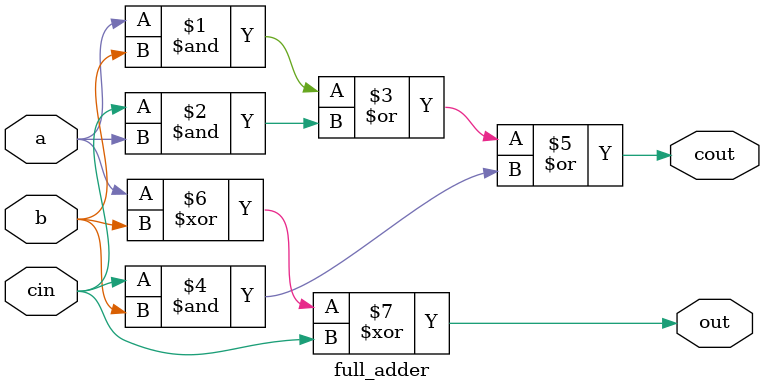
<source format=sv>
module top_module( 
    input [99:0] a, b,
    input cin,
    output [99:0] cout,
    output [99:0] sum );
    
    wire[100:0] carrys;
    assign cout = carrys[100:1];
    
    full_adder first(.a(a[0]), .b(b[0]), .cin(cin), .out(sum[0]), .cout(carrys[1]));
    genvar i;
    generate
        for(i = 1; i < 100; i++) begin: adders
            full_adder ith(.a(a[i]), .b(b[i]), .cin(carrys[i]), .out(sum[i]), .cout(carrys[i+1]));
        end
    endgenerate
endmodule

module full_adder(input a, input b, input cin, output out, output cout);
    assign cout = (a&b) | (cin&a) | (cin&b);
    assign out = a ^ b ^ cin;
endmodule

</source>
